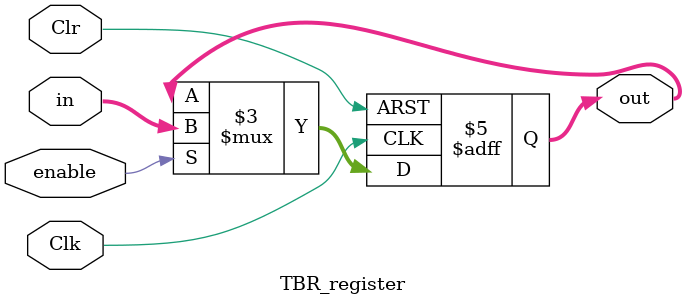
<source format=v>
module TBR_register(output reg [31:0] out, input wire [31:0] in, input wire enable, Clr, Clk);

initial
	out[3:0] = 0;

always @ (posedge Clk, posedge Clr)
	if(Clr) 			// Clr = 1, writes 0 on every bit of the register
		out <= 32'h00000000; 
	else if(enable) 
		out <= in;
endmodule

</source>
